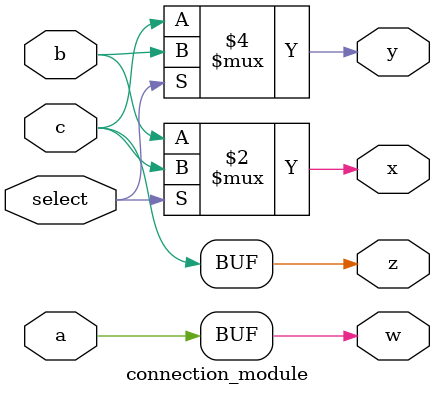
<source format=v>
module connection_module(
    input a, b, c,
    input select,
    output w, x, y, z
);

    assign w = a;
    assign z = c;

    // 2:1 MUX to select between b and c
    assign x = (select == 1'b0) ? b : c;
    assign y = (select == 1'b1) ? b : c;

endmodule
</source>
